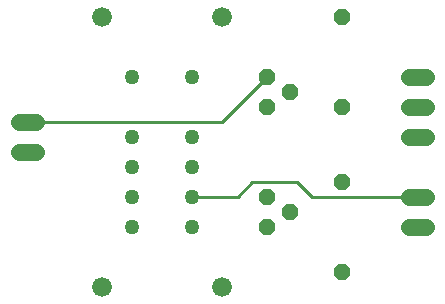
<source format=gbr>
G04 EAGLE Gerber X2 export*
%TF.Part,Single*%
%TF.FileFunction,Copper,L2,Bot,Mixed*%
%TF.FilePolarity,Positive*%
%TF.GenerationSoftware,Autodesk,EAGLE,9.0.1*%
%TF.CreationDate,2018-06-12T17:55:40Z*%
G75*
%MOMM*%
%FSLAX34Y34*%
%LPD*%
%AMOC8*
5,1,8,0,0,1.08239X$1,22.5*%
G01*
%ADD10C,1.676400*%
%ADD11C,1.270000*%
%ADD12P,1.429621X8X292.500000*%
%ADD13P,1.429621X8X112.500000*%
%ADD14C,1.422400*%
%ADD15C,0.254000*%


D10*
X215900Y355600D03*
X114300Y355600D03*
X215900Y127000D03*
X114300Y127000D03*
D11*
X139700Y305054D03*
X139700Y254254D03*
X139700Y228854D03*
X139700Y203454D03*
X139700Y178054D03*
X190500Y178054D03*
X190500Y203454D03*
X190500Y228854D03*
X190500Y254254D03*
X190500Y305054D03*
D12*
X254000Y279400D03*
X273050Y292100D03*
X254000Y304800D03*
X254000Y177800D03*
X273050Y190500D03*
X254000Y203200D03*
D13*
X317500Y139700D03*
X317500Y215900D03*
D12*
X317500Y355600D03*
X317500Y279400D03*
D14*
X57912Y266700D02*
X43688Y266700D01*
X43688Y241300D02*
X57912Y241300D01*
X373888Y177800D02*
X388112Y177800D01*
X388112Y203200D02*
X373888Y203200D01*
X373888Y254000D02*
X388112Y254000D01*
X388112Y279400D02*
X373888Y279400D01*
X373888Y304800D02*
X388112Y304800D01*
D15*
X215646Y266700D02*
X50800Y266700D01*
X215646Y266700D02*
X253746Y304800D01*
X254000Y304800D01*
X381000Y203454D02*
X381000Y203200D01*
X228854Y203454D02*
X190500Y203454D01*
X228854Y203454D02*
X241300Y215900D01*
X279400Y215900D01*
X292100Y203200D01*
X381000Y203200D01*
M02*

</source>
